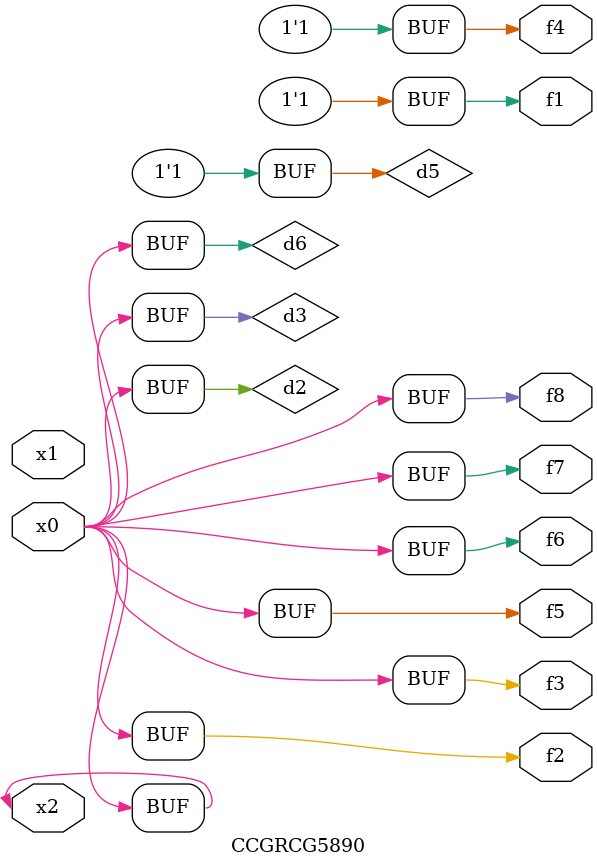
<source format=v>
module CCGRCG5890(
	input x0, x1, x2,
	output f1, f2, f3, f4, f5, f6, f7, f8
);

	wire d1, d2, d3, d4, d5, d6;

	xnor (d1, x2);
	buf (d2, x0, x2);
	and (d3, x0);
	xnor (d4, x1, x2);
	nand (d5, d1, d3);
	buf (d6, d2, d3);
	assign f1 = d5;
	assign f2 = d6;
	assign f3 = d6;
	assign f4 = d5;
	assign f5 = d6;
	assign f6 = d6;
	assign f7 = d6;
	assign f8 = d6;
endmodule

</source>
